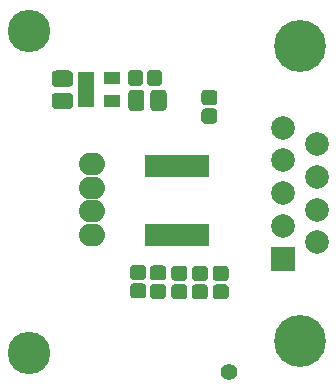
<source format=gbs>
G04 #@! TF.GenerationSoftware,KiCad,Pcbnew,(5.1.2)-1*
G04 #@! TF.CreationDate,2024-07-03T21:07:46+09:00*
G04 #@! TF.ProjectId,IR,49522e6b-6963-4616-945f-706362585858,v1.3*
G04 #@! TF.SameCoordinates,Original*
G04 #@! TF.FileFunction,Soldermask,Bot*
G04 #@! TF.FilePolarity,Negative*
%FSLAX46Y46*%
G04 Gerber Fmt 4.6, Leading zero omitted, Abs format (unit mm)*
G04 Created by KiCad (PCBNEW (5.1.2)-1) date 2024-07-03 21:07:46*
%MOMM*%
%LPD*%
G04 APERTURE LIST*
%ADD10C,1.400000*%
%ADD11C,0.050000*%
%ADD12C,1.275000*%
%ADD13C,3.600000*%
%ADD14O,2.200000X1.924000*%
%ADD15C,1.375000*%
%ADD16R,1.460000X1.050000*%
%ADD17R,0.850000X1.900000*%
%ADD18R,2.000000X2.000000*%
%ADD19C,2.000000*%
%ADD20C,4.400000*%
G04 APERTURE END LIST*
D10*
X196770000Y-125640000D03*
D11*
G36*
X189497493Y-116516535D02*
G01*
X189528435Y-116521125D01*
X189558778Y-116528725D01*
X189588230Y-116539263D01*
X189616508Y-116552638D01*
X189643338Y-116568719D01*
X189668463Y-116587353D01*
X189691640Y-116608360D01*
X189712647Y-116631537D01*
X189731281Y-116656662D01*
X189747362Y-116683492D01*
X189760737Y-116711770D01*
X189771275Y-116741222D01*
X189778875Y-116771565D01*
X189783465Y-116802507D01*
X189785000Y-116833750D01*
X189785000Y-117471250D01*
X189783465Y-117502493D01*
X189778875Y-117533435D01*
X189771275Y-117563778D01*
X189760737Y-117593230D01*
X189747362Y-117621508D01*
X189731281Y-117648338D01*
X189712647Y-117673463D01*
X189691640Y-117696640D01*
X189668463Y-117717647D01*
X189643338Y-117736281D01*
X189616508Y-117752362D01*
X189588230Y-117765737D01*
X189558778Y-117776275D01*
X189528435Y-117783875D01*
X189497493Y-117788465D01*
X189466250Y-117790000D01*
X188753750Y-117790000D01*
X188722507Y-117788465D01*
X188691565Y-117783875D01*
X188661222Y-117776275D01*
X188631770Y-117765737D01*
X188603492Y-117752362D01*
X188576662Y-117736281D01*
X188551537Y-117717647D01*
X188528360Y-117696640D01*
X188507353Y-117673463D01*
X188488719Y-117648338D01*
X188472638Y-117621508D01*
X188459263Y-117593230D01*
X188448725Y-117563778D01*
X188441125Y-117533435D01*
X188436535Y-117502493D01*
X188435000Y-117471250D01*
X188435000Y-116833750D01*
X188436535Y-116802507D01*
X188441125Y-116771565D01*
X188448725Y-116741222D01*
X188459263Y-116711770D01*
X188472638Y-116683492D01*
X188488719Y-116656662D01*
X188507353Y-116631537D01*
X188528360Y-116608360D01*
X188551537Y-116587353D01*
X188576662Y-116568719D01*
X188603492Y-116552638D01*
X188631770Y-116539263D01*
X188661222Y-116528725D01*
X188691565Y-116521125D01*
X188722507Y-116516535D01*
X188753750Y-116515000D01*
X189466250Y-116515000D01*
X189497493Y-116516535D01*
X189497493Y-116516535D01*
G37*
D12*
X189110000Y-117152500D03*
D11*
G36*
X189497493Y-118091535D02*
G01*
X189528435Y-118096125D01*
X189558778Y-118103725D01*
X189588230Y-118114263D01*
X189616508Y-118127638D01*
X189643338Y-118143719D01*
X189668463Y-118162353D01*
X189691640Y-118183360D01*
X189712647Y-118206537D01*
X189731281Y-118231662D01*
X189747362Y-118258492D01*
X189760737Y-118286770D01*
X189771275Y-118316222D01*
X189778875Y-118346565D01*
X189783465Y-118377507D01*
X189785000Y-118408750D01*
X189785000Y-119046250D01*
X189783465Y-119077493D01*
X189778875Y-119108435D01*
X189771275Y-119138778D01*
X189760737Y-119168230D01*
X189747362Y-119196508D01*
X189731281Y-119223338D01*
X189712647Y-119248463D01*
X189691640Y-119271640D01*
X189668463Y-119292647D01*
X189643338Y-119311281D01*
X189616508Y-119327362D01*
X189588230Y-119340737D01*
X189558778Y-119351275D01*
X189528435Y-119358875D01*
X189497493Y-119363465D01*
X189466250Y-119365000D01*
X188753750Y-119365000D01*
X188722507Y-119363465D01*
X188691565Y-119358875D01*
X188661222Y-119351275D01*
X188631770Y-119340737D01*
X188603492Y-119327362D01*
X188576662Y-119311281D01*
X188551537Y-119292647D01*
X188528360Y-119271640D01*
X188507353Y-119248463D01*
X188488719Y-119223338D01*
X188472638Y-119196508D01*
X188459263Y-119168230D01*
X188448725Y-119138778D01*
X188441125Y-119108435D01*
X188436535Y-119077493D01*
X188435000Y-119046250D01*
X188435000Y-118408750D01*
X188436535Y-118377507D01*
X188441125Y-118346565D01*
X188448725Y-118316222D01*
X188459263Y-118286770D01*
X188472638Y-118258492D01*
X188488719Y-118231662D01*
X188507353Y-118206537D01*
X188528360Y-118183360D01*
X188551537Y-118162353D01*
X188576662Y-118143719D01*
X188603492Y-118127638D01*
X188631770Y-118114263D01*
X188661222Y-118103725D01*
X188691565Y-118096125D01*
X188722507Y-118091535D01*
X188753750Y-118090000D01*
X189466250Y-118090000D01*
X189497493Y-118091535D01*
X189497493Y-118091535D01*
G37*
D12*
X189110000Y-118727500D03*
D13*
X179900000Y-124000000D03*
X179900000Y-96700000D03*
D14*
X185200000Y-114000000D03*
X185200000Y-112000000D03*
X185200000Y-110000000D03*
X185200000Y-108000000D03*
D11*
G36*
X183289943Y-100076655D02*
G01*
X183323312Y-100081605D01*
X183356035Y-100089802D01*
X183387797Y-100101166D01*
X183418293Y-100115590D01*
X183447227Y-100132932D01*
X183474323Y-100153028D01*
X183499318Y-100175682D01*
X183521972Y-100200677D01*
X183542068Y-100227773D01*
X183559410Y-100256707D01*
X183573834Y-100287203D01*
X183585198Y-100318965D01*
X183593395Y-100351688D01*
X183598345Y-100385057D01*
X183600000Y-100418750D01*
X183600000Y-101106250D01*
X183598345Y-101139943D01*
X183593395Y-101173312D01*
X183585198Y-101206035D01*
X183573834Y-101237797D01*
X183559410Y-101268293D01*
X183542068Y-101297227D01*
X183521972Y-101324323D01*
X183499318Y-101349318D01*
X183474323Y-101371972D01*
X183447227Y-101392068D01*
X183418293Y-101409410D01*
X183387797Y-101423834D01*
X183356035Y-101435198D01*
X183323312Y-101443395D01*
X183289943Y-101448345D01*
X183256250Y-101450000D01*
X182143750Y-101450000D01*
X182110057Y-101448345D01*
X182076688Y-101443395D01*
X182043965Y-101435198D01*
X182012203Y-101423834D01*
X181981707Y-101409410D01*
X181952773Y-101392068D01*
X181925677Y-101371972D01*
X181900682Y-101349318D01*
X181878028Y-101324323D01*
X181857932Y-101297227D01*
X181840590Y-101268293D01*
X181826166Y-101237797D01*
X181814802Y-101206035D01*
X181806605Y-101173312D01*
X181801655Y-101139943D01*
X181800000Y-101106250D01*
X181800000Y-100418750D01*
X181801655Y-100385057D01*
X181806605Y-100351688D01*
X181814802Y-100318965D01*
X181826166Y-100287203D01*
X181840590Y-100256707D01*
X181857932Y-100227773D01*
X181878028Y-100200677D01*
X181900682Y-100175682D01*
X181925677Y-100153028D01*
X181952773Y-100132932D01*
X181981707Y-100115590D01*
X182012203Y-100101166D01*
X182043965Y-100089802D01*
X182076688Y-100081605D01*
X182110057Y-100076655D01*
X182143750Y-100075000D01*
X183256250Y-100075000D01*
X183289943Y-100076655D01*
X183289943Y-100076655D01*
G37*
D15*
X182700000Y-100762500D03*
D11*
G36*
X183289943Y-101951655D02*
G01*
X183323312Y-101956605D01*
X183356035Y-101964802D01*
X183387797Y-101976166D01*
X183418293Y-101990590D01*
X183447227Y-102007932D01*
X183474323Y-102028028D01*
X183499318Y-102050682D01*
X183521972Y-102075677D01*
X183542068Y-102102773D01*
X183559410Y-102131707D01*
X183573834Y-102162203D01*
X183585198Y-102193965D01*
X183593395Y-102226688D01*
X183598345Y-102260057D01*
X183600000Y-102293750D01*
X183600000Y-102981250D01*
X183598345Y-103014943D01*
X183593395Y-103048312D01*
X183585198Y-103081035D01*
X183573834Y-103112797D01*
X183559410Y-103143293D01*
X183542068Y-103172227D01*
X183521972Y-103199323D01*
X183499318Y-103224318D01*
X183474323Y-103246972D01*
X183447227Y-103267068D01*
X183418293Y-103284410D01*
X183387797Y-103298834D01*
X183356035Y-103310198D01*
X183323312Y-103318395D01*
X183289943Y-103323345D01*
X183256250Y-103325000D01*
X182143750Y-103325000D01*
X182110057Y-103323345D01*
X182076688Y-103318395D01*
X182043965Y-103310198D01*
X182012203Y-103298834D01*
X181981707Y-103284410D01*
X181952773Y-103267068D01*
X181925677Y-103246972D01*
X181900682Y-103224318D01*
X181878028Y-103199323D01*
X181857932Y-103172227D01*
X181840590Y-103143293D01*
X181826166Y-103112797D01*
X181814802Y-103081035D01*
X181806605Y-103048312D01*
X181801655Y-103014943D01*
X181800000Y-102981250D01*
X181800000Y-102293750D01*
X181801655Y-102260057D01*
X181806605Y-102226688D01*
X181814802Y-102193965D01*
X181826166Y-102162203D01*
X181840590Y-102131707D01*
X181857932Y-102102773D01*
X181878028Y-102075677D01*
X181900682Y-102050682D01*
X181925677Y-102028028D01*
X181952773Y-102007932D01*
X181981707Y-101990590D01*
X182012203Y-101976166D01*
X182043965Y-101964802D01*
X182076688Y-101956605D01*
X182110057Y-101951655D01*
X182143750Y-101950000D01*
X183256250Y-101950000D01*
X183289943Y-101951655D01*
X183289943Y-101951655D01*
G37*
D15*
X182700000Y-102637500D03*
D11*
G36*
X190837493Y-100026535D02*
G01*
X190868435Y-100031125D01*
X190898778Y-100038725D01*
X190928230Y-100049263D01*
X190956508Y-100062638D01*
X190983338Y-100078719D01*
X191008463Y-100097353D01*
X191031640Y-100118360D01*
X191052647Y-100141537D01*
X191071281Y-100166662D01*
X191087362Y-100193492D01*
X191100737Y-100221770D01*
X191111275Y-100251222D01*
X191118875Y-100281565D01*
X191123465Y-100312507D01*
X191125000Y-100343750D01*
X191125000Y-101056250D01*
X191123465Y-101087493D01*
X191118875Y-101118435D01*
X191111275Y-101148778D01*
X191100737Y-101178230D01*
X191087362Y-101206508D01*
X191071281Y-101233338D01*
X191052647Y-101258463D01*
X191031640Y-101281640D01*
X191008463Y-101302647D01*
X190983338Y-101321281D01*
X190956508Y-101337362D01*
X190928230Y-101350737D01*
X190898778Y-101361275D01*
X190868435Y-101368875D01*
X190837493Y-101373465D01*
X190806250Y-101375000D01*
X190168750Y-101375000D01*
X190137507Y-101373465D01*
X190106565Y-101368875D01*
X190076222Y-101361275D01*
X190046770Y-101350737D01*
X190018492Y-101337362D01*
X189991662Y-101321281D01*
X189966537Y-101302647D01*
X189943360Y-101281640D01*
X189922353Y-101258463D01*
X189903719Y-101233338D01*
X189887638Y-101206508D01*
X189874263Y-101178230D01*
X189863725Y-101148778D01*
X189856125Y-101118435D01*
X189851535Y-101087493D01*
X189850000Y-101056250D01*
X189850000Y-100343750D01*
X189851535Y-100312507D01*
X189856125Y-100281565D01*
X189863725Y-100251222D01*
X189874263Y-100221770D01*
X189887638Y-100193492D01*
X189903719Y-100166662D01*
X189922353Y-100141537D01*
X189943360Y-100118360D01*
X189966537Y-100097353D01*
X189991662Y-100078719D01*
X190018492Y-100062638D01*
X190046770Y-100049263D01*
X190076222Y-100038725D01*
X190106565Y-100031125D01*
X190137507Y-100026535D01*
X190168750Y-100025000D01*
X190806250Y-100025000D01*
X190837493Y-100026535D01*
X190837493Y-100026535D01*
G37*
D12*
X190487500Y-100700000D03*
D11*
G36*
X189262493Y-100026535D02*
G01*
X189293435Y-100031125D01*
X189323778Y-100038725D01*
X189353230Y-100049263D01*
X189381508Y-100062638D01*
X189408338Y-100078719D01*
X189433463Y-100097353D01*
X189456640Y-100118360D01*
X189477647Y-100141537D01*
X189496281Y-100166662D01*
X189512362Y-100193492D01*
X189525737Y-100221770D01*
X189536275Y-100251222D01*
X189543875Y-100281565D01*
X189548465Y-100312507D01*
X189550000Y-100343750D01*
X189550000Y-101056250D01*
X189548465Y-101087493D01*
X189543875Y-101118435D01*
X189536275Y-101148778D01*
X189525737Y-101178230D01*
X189512362Y-101206508D01*
X189496281Y-101233338D01*
X189477647Y-101258463D01*
X189456640Y-101281640D01*
X189433463Y-101302647D01*
X189408338Y-101321281D01*
X189381508Y-101337362D01*
X189353230Y-101350737D01*
X189323778Y-101361275D01*
X189293435Y-101368875D01*
X189262493Y-101373465D01*
X189231250Y-101375000D01*
X188593750Y-101375000D01*
X188562507Y-101373465D01*
X188531565Y-101368875D01*
X188501222Y-101361275D01*
X188471770Y-101350737D01*
X188443492Y-101337362D01*
X188416662Y-101321281D01*
X188391537Y-101302647D01*
X188368360Y-101281640D01*
X188347353Y-101258463D01*
X188328719Y-101233338D01*
X188312638Y-101206508D01*
X188299263Y-101178230D01*
X188288725Y-101148778D01*
X188281125Y-101118435D01*
X188276535Y-101087493D01*
X188275000Y-101056250D01*
X188275000Y-100343750D01*
X188276535Y-100312507D01*
X188281125Y-100281565D01*
X188288725Y-100251222D01*
X188299263Y-100221770D01*
X188312638Y-100193492D01*
X188328719Y-100166662D01*
X188347353Y-100141537D01*
X188368360Y-100118360D01*
X188391537Y-100097353D01*
X188416662Y-100078719D01*
X188443492Y-100062638D01*
X188471770Y-100049263D01*
X188501222Y-100038725D01*
X188531565Y-100031125D01*
X188562507Y-100026535D01*
X188593750Y-100025000D01*
X189231250Y-100025000D01*
X189262493Y-100026535D01*
X189262493Y-100026535D01*
G37*
D12*
X188912500Y-100700000D03*
D11*
G36*
X189339943Y-101701655D02*
G01*
X189373312Y-101706605D01*
X189406035Y-101714802D01*
X189437797Y-101726166D01*
X189468293Y-101740590D01*
X189497227Y-101757932D01*
X189524323Y-101778028D01*
X189549318Y-101800682D01*
X189571972Y-101825677D01*
X189592068Y-101852773D01*
X189609410Y-101881707D01*
X189623834Y-101912203D01*
X189635198Y-101943965D01*
X189643395Y-101976688D01*
X189648345Y-102010057D01*
X189650000Y-102043750D01*
X189650000Y-103156250D01*
X189648345Y-103189943D01*
X189643395Y-103223312D01*
X189635198Y-103256035D01*
X189623834Y-103287797D01*
X189609410Y-103318293D01*
X189592068Y-103347227D01*
X189571972Y-103374323D01*
X189549318Y-103399318D01*
X189524323Y-103421972D01*
X189497227Y-103442068D01*
X189468293Y-103459410D01*
X189437797Y-103473834D01*
X189406035Y-103485198D01*
X189373312Y-103493395D01*
X189339943Y-103498345D01*
X189306250Y-103500000D01*
X188618750Y-103500000D01*
X188585057Y-103498345D01*
X188551688Y-103493395D01*
X188518965Y-103485198D01*
X188487203Y-103473834D01*
X188456707Y-103459410D01*
X188427773Y-103442068D01*
X188400677Y-103421972D01*
X188375682Y-103399318D01*
X188353028Y-103374323D01*
X188332932Y-103347227D01*
X188315590Y-103318293D01*
X188301166Y-103287797D01*
X188289802Y-103256035D01*
X188281605Y-103223312D01*
X188276655Y-103189943D01*
X188275000Y-103156250D01*
X188275000Y-102043750D01*
X188276655Y-102010057D01*
X188281605Y-101976688D01*
X188289802Y-101943965D01*
X188301166Y-101912203D01*
X188315590Y-101881707D01*
X188332932Y-101852773D01*
X188353028Y-101825677D01*
X188375682Y-101800682D01*
X188400677Y-101778028D01*
X188427773Y-101757932D01*
X188456707Y-101740590D01*
X188487203Y-101726166D01*
X188518965Y-101714802D01*
X188551688Y-101706605D01*
X188585057Y-101701655D01*
X188618750Y-101700000D01*
X189306250Y-101700000D01*
X189339943Y-101701655D01*
X189339943Y-101701655D01*
G37*
D15*
X188962500Y-102600000D03*
D11*
G36*
X191214943Y-101701655D02*
G01*
X191248312Y-101706605D01*
X191281035Y-101714802D01*
X191312797Y-101726166D01*
X191343293Y-101740590D01*
X191372227Y-101757932D01*
X191399323Y-101778028D01*
X191424318Y-101800682D01*
X191446972Y-101825677D01*
X191467068Y-101852773D01*
X191484410Y-101881707D01*
X191498834Y-101912203D01*
X191510198Y-101943965D01*
X191518395Y-101976688D01*
X191523345Y-102010057D01*
X191525000Y-102043750D01*
X191525000Y-103156250D01*
X191523345Y-103189943D01*
X191518395Y-103223312D01*
X191510198Y-103256035D01*
X191498834Y-103287797D01*
X191484410Y-103318293D01*
X191467068Y-103347227D01*
X191446972Y-103374323D01*
X191424318Y-103399318D01*
X191399323Y-103421972D01*
X191372227Y-103442068D01*
X191343293Y-103459410D01*
X191312797Y-103473834D01*
X191281035Y-103485198D01*
X191248312Y-103493395D01*
X191214943Y-103498345D01*
X191181250Y-103500000D01*
X190493750Y-103500000D01*
X190460057Y-103498345D01*
X190426688Y-103493395D01*
X190393965Y-103485198D01*
X190362203Y-103473834D01*
X190331707Y-103459410D01*
X190302773Y-103442068D01*
X190275677Y-103421972D01*
X190250682Y-103399318D01*
X190228028Y-103374323D01*
X190207932Y-103347227D01*
X190190590Y-103318293D01*
X190176166Y-103287797D01*
X190164802Y-103256035D01*
X190156605Y-103223312D01*
X190151655Y-103189943D01*
X190150000Y-103156250D01*
X190150000Y-102043750D01*
X190151655Y-102010057D01*
X190156605Y-101976688D01*
X190164802Y-101943965D01*
X190176166Y-101912203D01*
X190190590Y-101881707D01*
X190207932Y-101852773D01*
X190228028Y-101825677D01*
X190250682Y-101800682D01*
X190275677Y-101778028D01*
X190302773Y-101757932D01*
X190331707Y-101740590D01*
X190362203Y-101726166D01*
X190393965Y-101714802D01*
X190426688Y-101706605D01*
X190460057Y-101701655D01*
X190493750Y-101700000D01*
X191181250Y-101700000D01*
X191214943Y-101701655D01*
X191214943Y-101701655D01*
G37*
D15*
X190837500Y-102600000D03*
D16*
X184700000Y-102650000D03*
X184700000Y-101700000D03*
X184700000Y-100750000D03*
X186900000Y-100750000D03*
X186900000Y-102650000D03*
D11*
G36*
X196487493Y-116614535D02*
G01*
X196518435Y-116619125D01*
X196548778Y-116626725D01*
X196578230Y-116637263D01*
X196606508Y-116650638D01*
X196633338Y-116666719D01*
X196658463Y-116685353D01*
X196681640Y-116706360D01*
X196702647Y-116729537D01*
X196721281Y-116754662D01*
X196737362Y-116781492D01*
X196750737Y-116809770D01*
X196761275Y-116839222D01*
X196768875Y-116869565D01*
X196773465Y-116900507D01*
X196775000Y-116931750D01*
X196775000Y-117569250D01*
X196773465Y-117600493D01*
X196768875Y-117631435D01*
X196761275Y-117661778D01*
X196750737Y-117691230D01*
X196737362Y-117719508D01*
X196721281Y-117746338D01*
X196702647Y-117771463D01*
X196681640Y-117794640D01*
X196658463Y-117815647D01*
X196633338Y-117834281D01*
X196606508Y-117850362D01*
X196578230Y-117863737D01*
X196548778Y-117874275D01*
X196518435Y-117881875D01*
X196487493Y-117886465D01*
X196456250Y-117888000D01*
X195743750Y-117888000D01*
X195712507Y-117886465D01*
X195681565Y-117881875D01*
X195651222Y-117874275D01*
X195621770Y-117863737D01*
X195593492Y-117850362D01*
X195566662Y-117834281D01*
X195541537Y-117815647D01*
X195518360Y-117794640D01*
X195497353Y-117771463D01*
X195478719Y-117746338D01*
X195462638Y-117719508D01*
X195449263Y-117691230D01*
X195438725Y-117661778D01*
X195431125Y-117631435D01*
X195426535Y-117600493D01*
X195425000Y-117569250D01*
X195425000Y-116931750D01*
X195426535Y-116900507D01*
X195431125Y-116869565D01*
X195438725Y-116839222D01*
X195449263Y-116809770D01*
X195462638Y-116781492D01*
X195478719Y-116754662D01*
X195497353Y-116729537D01*
X195518360Y-116706360D01*
X195541537Y-116685353D01*
X195566662Y-116666719D01*
X195593492Y-116650638D01*
X195621770Y-116637263D01*
X195651222Y-116626725D01*
X195681565Y-116619125D01*
X195712507Y-116614535D01*
X195743750Y-116613000D01*
X196456250Y-116613000D01*
X196487493Y-116614535D01*
X196487493Y-116614535D01*
G37*
D12*
X196100000Y-117250500D03*
D11*
G36*
X196487493Y-118189535D02*
G01*
X196518435Y-118194125D01*
X196548778Y-118201725D01*
X196578230Y-118212263D01*
X196606508Y-118225638D01*
X196633338Y-118241719D01*
X196658463Y-118260353D01*
X196681640Y-118281360D01*
X196702647Y-118304537D01*
X196721281Y-118329662D01*
X196737362Y-118356492D01*
X196750737Y-118384770D01*
X196761275Y-118414222D01*
X196768875Y-118444565D01*
X196773465Y-118475507D01*
X196775000Y-118506750D01*
X196775000Y-119144250D01*
X196773465Y-119175493D01*
X196768875Y-119206435D01*
X196761275Y-119236778D01*
X196750737Y-119266230D01*
X196737362Y-119294508D01*
X196721281Y-119321338D01*
X196702647Y-119346463D01*
X196681640Y-119369640D01*
X196658463Y-119390647D01*
X196633338Y-119409281D01*
X196606508Y-119425362D01*
X196578230Y-119438737D01*
X196548778Y-119449275D01*
X196518435Y-119456875D01*
X196487493Y-119461465D01*
X196456250Y-119463000D01*
X195743750Y-119463000D01*
X195712507Y-119461465D01*
X195681565Y-119456875D01*
X195651222Y-119449275D01*
X195621770Y-119438737D01*
X195593492Y-119425362D01*
X195566662Y-119409281D01*
X195541537Y-119390647D01*
X195518360Y-119369640D01*
X195497353Y-119346463D01*
X195478719Y-119321338D01*
X195462638Y-119294508D01*
X195449263Y-119266230D01*
X195438725Y-119236778D01*
X195431125Y-119206435D01*
X195426535Y-119175493D01*
X195425000Y-119144250D01*
X195425000Y-118506750D01*
X195426535Y-118475507D01*
X195431125Y-118444565D01*
X195438725Y-118414222D01*
X195449263Y-118384770D01*
X195462638Y-118356492D01*
X195478719Y-118329662D01*
X195497353Y-118304537D01*
X195518360Y-118281360D01*
X195541537Y-118260353D01*
X195566662Y-118241719D01*
X195593492Y-118225638D01*
X195621770Y-118212263D01*
X195651222Y-118201725D01*
X195681565Y-118194125D01*
X195712507Y-118189535D01*
X195743750Y-118188000D01*
X196456250Y-118188000D01*
X196487493Y-118189535D01*
X196487493Y-118189535D01*
G37*
D12*
X196100000Y-118825500D03*
D11*
G36*
X195537493Y-103293535D02*
G01*
X195568435Y-103298125D01*
X195598778Y-103305725D01*
X195628230Y-103316263D01*
X195656508Y-103329638D01*
X195683338Y-103345719D01*
X195708463Y-103364353D01*
X195731640Y-103385360D01*
X195752647Y-103408537D01*
X195771281Y-103433662D01*
X195787362Y-103460492D01*
X195800737Y-103488770D01*
X195811275Y-103518222D01*
X195818875Y-103548565D01*
X195823465Y-103579507D01*
X195825000Y-103610750D01*
X195825000Y-104248250D01*
X195823465Y-104279493D01*
X195818875Y-104310435D01*
X195811275Y-104340778D01*
X195800737Y-104370230D01*
X195787362Y-104398508D01*
X195771281Y-104425338D01*
X195752647Y-104450463D01*
X195731640Y-104473640D01*
X195708463Y-104494647D01*
X195683338Y-104513281D01*
X195656508Y-104529362D01*
X195628230Y-104542737D01*
X195598778Y-104553275D01*
X195568435Y-104560875D01*
X195537493Y-104565465D01*
X195506250Y-104567000D01*
X194793750Y-104567000D01*
X194762507Y-104565465D01*
X194731565Y-104560875D01*
X194701222Y-104553275D01*
X194671770Y-104542737D01*
X194643492Y-104529362D01*
X194616662Y-104513281D01*
X194591537Y-104494647D01*
X194568360Y-104473640D01*
X194547353Y-104450463D01*
X194528719Y-104425338D01*
X194512638Y-104398508D01*
X194499263Y-104370230D01*
X194488725Y-104340778D01*
X194481125Y-104310435D01*
X194476535Y-104279493D01*
X194475000Y-104248250D01*
X194475000Y-103610750D01*
X194476535Y-103579507D01*
X194481125Y-103548565D01*
X194488725Y-103518222D01*
X194499263Y-103488770D01*
X194512638Y-103460492D01*
X194528719Y-103433662D01*
X194547353Y-103408537D01*
X194568360Y-103385360D01*
X194591537Y-103364353D01*
X194616662Y-103345719D01*
X194643492Y-103329638D01*
X194671770Y-103316263D01*
X194701222Y-103305725D01*
X194731565Y-103298125D01*
X194762507Y-103293535D01*
X194793750Y-103292000D01*
X195506250Y-103292000D01*
X195537493Y-103293535D01*
X195537493Y-103293535D01*
G37*
D12*
X195150000Y-103929500D03*
D11*
G36*
X195537493Y-101718535D02*
G01*
X195568435Y-101723125D01*
X195598778Y-101730725D01*
X195628230Y-101741263D01*
X195656508Y-101754638D01*
X195683338Y-101770719D01*
X195708463Y-101789353D01*
X195731640Y-101810360D01*
X195752647Y-101833537D01*
X195771281Y-101858662D01*
X195787362Y-101885492D01*
X195800737Y-101913770D01*
X195811275Y-101943222D01*
X195818875Y-101973565D01*
X195823465Y-102004507D01*
X195825000Y-102035750D01*
X195825000Y-102673250D01*
X195823465Y-102704493D01*
X195818875Y-102735435D01*
X195811275Y-102765778D01*
X195800737Y-102795230D01*
X195787362Y-102823508D01*
X195771281Y-102850338D01*
X195752647Y-102875463D01*
X195731640Y-102898640D01*
X195708463Y-102919647D01*
X195683338Y-102938281D01*
X195656508Y-102954362D01*
X195628230Y-102967737D01*
X195598778Y-102978275D01*
X195568435Y-102985875D01*
X195537493Y-102990465D01*
X195506250Y-102992000D01*
X194793750Y-102992000D01*
X194762507Y-102990465D01*
X194731565Y-102985875D01*
X194701222Y-102978275D01*
X194671770Y-102967737D01*
X194643492Y-102954362D01*
X194616662Y-102938281D01*
X194591537Y-102919647D01*
X194568360Y-102898640D01*
X194547353Y-102875463D01*
X194528719Y-102850338D01*
X194512638Y-102823508D01*
X194499263Y-102795230D01*
X194488725Y-102765778D01*
X194481125Y-102735435D01*
X194476535Y-102704493D01*
X194475000Y-102673250D01*
X194475000Y-102035750D01*
X194476535Y-102004507D01*
X194481125Y-101973565D01*
X194488725Y-101943222D01*
X194499263Y-101913770D01*
X194512638Y-101885492D01*
X194528719Y-101858662D01*
X194547353Y-101833537D01*
X194568360Y-101810360D01*
X194591537Y-101789353D01*
X194616662Y-101770719D01*
X194643492Y-101754638D01*
X194671770Y-101741263D01*
X194701222Y-101730725D01*
X194731565Y-101723125D01*
X194762507Y-101718535D01*
X194793750Y-101717000D01*
X195506250Y-101717000D01*
X195537493Y-101718535D01*
X195537493Y-101718535D01*
G37*
D12*
X195150000Y-102354500D03*
D11*
G36*
X192987493Y-118163535D02*
G01*
X193018435Y-118168125D01*
X193048778Y-118175725D01*
X193078230Y-118186263D01*
X193106508Y-118199638D01*
X193133338Y-118215719D01*
X193158463Y-118234353D01*
X193181640Y-118255360D01*
X193202647Y-118278537D01*
X193221281Y-118303662D01*
X193237362Y-118330492D01*
X193250737Y-118358770D01*
X193261275Y-118388222D01*
X193268875Y-118418565D01*
X193273465Y-118449507D01*
X193275000Y-118480750D01*
X193275000Y-119118250D01*
X193273465Y-119149493D01*
X193268875Y-119180435D01*
X193261275Y-119210778D01*
X193250737Y-119240230D01*
X193237362Y-119268508D01*
X193221281Y-119295338D01*
X193202647Y-119320463D01*
X193181640Y-119343640D01*
X193158463Y-119364647D01*
X193133338Y-119383281D01*
X193106508Y-119399362D01*
X193078230Y-119412737D01*
X193048778Y-119423275D01*
X193018435Y-119430875D01*
X192987493Y-119435465D01*
X192956250Y-119437000D01*
X192243750Y-119437000D01*
X192212507Y-119435465D01*
X192181565Y-119430875D01*
X192151222Y-119423275D01*
X192121770Y-119412737D01*
X192093492Y-119399362D01*
X192066662Y-119383281D01*
X192041537Y-119364647D01*
X192018360Y-119343640D01*
X191997353Y-119320463D01*
X191978719Y-119295338D01*
X191962638Y-119268508D01*
X191949263Y-119240230D01*
X191938725Y-119210778D01*
X191931125Y-119180435D01*
X191926535Y-119149493D01*
X191925000Y-119118250D01*
X191925000Y-118480750D01*
X191926535Y-118449507D01*
X191931125Y-118418565D01*
X191938725Y-118388222D01*
X191949263Y-118358770D01*
X191962638Y-118330492D01*
X191978719Y-118303662D01*
X191997353Y-118278537D01*
X192018360Y-118255360D01*
X192041537Y-118234353D01*
X192066662Y-118215719D01*
X192093492Y-118199638D01*
X192121770Y-118186263D01*
X192151222Y-118175725D01*
X192181565Y-118168125D01*
X192212507Y-118163535D01*
X192243750Y-118162000D01*
X192956250Y-118162000D01*
X192987493Y-118163535D01*
X192987493Y-118163535D01*
G37*
D12*
X192600000Y-118799500D03*
D11*
G36*
X192987493Y-116588535D02*
G01*
X193018435Y-116593125D01*
X193048778Y-116600725D01*
X193078230Y-116611263D01*
X193106508Y-116624638D01*
X193133338Y-116640719D01*
X193158463Y-116659353D01*
X193181640Y-116680360D01*
X193202647Y-116703537D01*
X193221281Y-116728662D01*
X193237362Y-116755492D01*
X193250737Y-116783770D01*
X193261275Y-116813222D01*
X193268875Y-116843565D01*
X193273465Y-116874507D01*
X193275000Y-116905750D01*
X193275000Y-117543250D01*
X193273465Y-117574493D01*
X193268875Y-117605435D01*
X193261275Y-117635778D01*
X193250737Y-117665230D01*
X193237362Y-117693508D01*
X193221281Y-117720338D01*
X193202647Y-117745463D01*
X193181640Y-117768640D01*
X193158463Y-117789647D01*
X193133338Y-117808281D01*
X193106508Y-117824362D01*
X193078230Y-117837737D01*
X193048778Y-117848275D01*
X193018435Y-117855875D01*
X192987493Y-117860465D01*
X192956250Y-117862000D01*
X192243750Y-117862000D01*
X192212507Y-117860465D01*
X192181565Y-117855875D01*
X192151222Y-117848275D01*
X192121770Y-117837737D01*
X192093492Y-117824362D01*
X192066662Y-117808281D01*
X192041537Y-117789647D01*
X192018360Y-117768640D01*
X191997353Y-117745463D01*
X191978719Y-117720338D01*
X191962638Y-117693508D01*
X191949263Y-117665230D01*
X191938725Y-117635778D01*
X191931125Y-117605435D01*
X191926535Y-117574493D01*
X191925000Y-117543250D01*
X191925000Y-116905750D01*
X191926535Y-116874507D01*
X191931125Y-116843565D01*
X191938725Y-116813222D01*
X191949263Y-116783770D01*
X191962638Y-116755492D01*
X191978719Y-116728662D01*
X191997353Y-116703537D01*
X192018360Y-116680360D01*
X192041537Y-116659353D01*
X192066662Y-116640719D01*
X192093492Y-116624638D01*
X192121770Y-116611263D01*
X192151222Y-116600725D01*
X192181565Y-116593125D01*
X192212507Y-116588535D01*
X192243750Y-116587000D01*
X192956250Y-116587000D01*
X192987493Y-116588535D01*
X192987493Y-116588535D01*
G37*
D12*
X192600000Y-117224500D03*
D11*
G36*
X194737493Y-118189535D02*
G01*
X194768435Y-118194125D01*
X194798778Y-118201725D01*
X194828230Y-118212263D01*
X194856508Y-118225638D01*
X194883338Y-118241719D01*
X194908463Y-118260353D01*
X194931640Y-118281360D01*
X194952647Y-118304537D01*
X194971281Y-118329662D01*
X194987362Y-118356492D01*
X195000737Y-118384770D01*
X195011275Y-118414222D01*
X195018875Y-118444565D01*
X195023465Y-118475507D01*
X195025000Y-118506750D01*
X195025000Y-119144250D01*
X195023465Y-119175493D01*
X195018875Y-119206435D01*
X195011275Y-119236778D01*
X195000737Y-119266230D01*
X194987362Y-119294508D01*
X194971281Y-119321338D01*
X194952647Y-119346463D01*
X194931640Y-119369640D01*
X194908463Y-119390647D01*
X194883338Y-119409281D01*
X194856508Y-119425362D01*
X194828230Y-119438737D01*
X194798778Y-119449275D01*
X194768435Y-119456875D01*
X194737493Y-119461465D01*
X194706250Y-119463000D01*
X193993750Y-119463000D01*
X193962507Y-119461465D01*
X193931565Y-119456875D01*
X193901222Y-119449275D01*
X193871770Y-119438737D01*
X193843492Y-119425362D01*
X193816662Y-119409281D01*
X193791537Y-119390647D01*
X193768360Y-119369640D01*
X193747353Y-119346463D01*
X193728719Y-119321338D01*
X193712638Y-119294508D01*
X193699263Y-119266230D01*
X193688725Y-119236778D01*
X193681125Y-119206435D01*
X193676535Y-119175493D01*
X193675000Y-119144250D01*
X193675000Y-118506750D01*
X193676535Y-118475507D01*
X193681125Y-118444565D01*
X193688725Y-118414222D01*
X193699263Y-118384770D01*
X193712638Y-118356492D01*
X193728719Y-118329662D01*
X193747353Y-118304537D01*
X193768360Y-118281360D01*
X193791537Y-118260353D01*
X193816662Y-118241719D01*
X193843492Y-118225638D01*
X193871770Y-118212263D01*
X193901222Y-118201725D01*
X193931565Y-118194125D01*
X193962507Y-118189535D01*
X193993750Y-118188000D01*
X194706250Y-118188000D01*
X194737493Y-118189535D01*
X194737493Y-118189535D01*
G37*
D12*
X194350000Y-118825500D03*
D11*
G36*
X194737493Y-116614535D02*
G01*
X194768435Y-116619125D01*
X194798778Y-116626725D01*
X194828230Y-116637263D01*
X194856508Y-116650638D01*
X194883338Y-116666719D01*
X194908463Y-116685353D01*
X194931640Y-116706360D01*
X194952647Y-116729537D01*
X194971281Y-116754662D01*
X194987362Y-116781492D01*
X195000737Y-116809770D01*
X195011275Y-116839222D01*
X195018875Y-116869565D01*
X195023465Y-116900507D01*
X195025000Y-116931750D01*
X195025000Y-117569250D01*
X195023465Y-117600493D01*
X195018875Y-117631435D01*
X195011275Y-117661778D01*
X195000737Y-117691230D01*
X194987362Y-117719508D01*
X194971281Y-117746338D01*
X194952647Y-117771463D01*
X194931640Y-117794640D01*
X194908463Y-117815647D01*
X194883338Y-117834281D01*
X194856508Y-117850362D01*
X194828230Y-117863737D01*
X194798778Y-117874275D01*
X194768435Y-117881875D01*
X194737493Y-117886465D01*
X194706250Y-117888000D01*
X193993750Y-117888000D01*
X193962507Y-117886465D01*
X193931565Y-117881875D01*
X193901222Y-117874275D01*
X193871770Y-117863737D01*
X193843492Y-117850362D01*
X193816662Y-117834281D01*
X193791537Y-117815647D01*
X193768360Y-117794640D01*
X193747353Y-117771463D01*
X193728719Y-117746338D01*
X193712638Y-117719508D01*
X193699263Y-117691230D01*
X193688725Y-117661778D01*
X193681125Y-117631435D01*
X193676535Y-117600493D01*
X193675000Y-117569250D01*
X193675000Y-116931750D01*
X193676535Y-116900507D01*
X193681125Y-116869565D01*
X193688725Y-116839222D01*
X193699263Y-116809770D01*
X193712638Y-116781492D01*
X193728719Y-116754662D01*
X193747353Y-116729537D01*
X193768360Y-116706360D01*
X193791537Y-116685353D01*
X193816662Y-116666719D01*
X193843492Y-116650638D01*
X193871770Y-116637263D01*
X193901222Y-116626725D01*
X193931565Y-116619125D01*
X193962507Y-116614535D01*
X193993750Y-116613000D01*
X194706250Y-116613000D01*
X194737493Y-116614535D01*
X194737493Y-116614535D01*
G37*
D12*
X194350000Y-117250500D03*
D11*
G36*
X191187493Y-116576535D02*
G01*
X191218435Y-116581125D01*
X191248778Y-116588725D01*
X191278230Y-116599263D01*
X191306508Y-116612638D01*
X191333338Y-116628719D01*
X191358463Y-116647353D01*
X191381640Y-116668360D01*
X191402647Y-116691537D01*
X191421281Y-116716662D01*
X191437362Y-116743492D01*
X191450737Y-116771770D01*
X191461275Y-116801222D01*
X191468875Y-116831565D01*
X191473465Y-116862507D01*
X191475000Y-116893750D01*
X191475000Y-117531250D01*
X191473465Y-117562493D01*
X191468875Y-117593435D01*
X191461275Y-117623778D01*
X191450737Y-117653230D01*
X191437362Y-117681508D01*
X191421281Y-117708338D01*
X191402647Y-117733463D01*
X191381640Y-117756640D01*
X191358463Y-117777647D01*
X191333338Y-117796281D01*
X191306508Y-117812362D01*
X191278230Y-117825737D01*
X191248778Y-117836275D01*
X191218435Y-117843875D01*
X191187493Y-117848465D01*
X191156250Y-117850000D01*
X190443750Y-117850000D01*
X190412507Y-117848465D01*
X190381565Y-117843875D01*
X190351222Y-117836275D01*
X190321770Y-117825737D01*
X190293492Y-117812362D01*
X190266662Y-117796281D01*
X190241537Y-117777647D01*
X190218360Y-117756640D01*
X190197353Y-117733463D01*
X190178719Y-117708338D01*
X190162638Y-117681508D01*
X190149263Y-117653230D01*
X190138725Y-117623778D01*
X190131125Y-117593435D01*
X190126535Y-117562493D01*
X190125000Y-117531250D01*
X190125000Y-116893750D01*
X190126535Y-116862507D01*
X190131125Y-116831565D01*
X190138725Y-116801222D01*
X190149263Y-116771770D01*
X190162638Y-116743492D01*
X190178719Y-116716662D01*
X190197353Y-116691537D01*
X190218360Y-116668360D01*
X190241537Y-116647353D01*
X190266662Y-116628719D01*
X190293492Y-116612638D01*
X190321770Y-116599263D01*
X190351222Y-116588725D01*
X190381565Y-116581125D01*
X190412507Y-116576535D01*
X190443750Y-116575000D01*
X191156250Y-116575000D01*
X191187493Y-116576535D01*
X191187493Y-116576535D01*
G37*
D12*
X190800000Y-117212500D03*
D11*
G36*
X191187493Y-118151535D02*
G01*
X191218435Y-118156125D01*
X191248778Y-118163725D01*
X191278230Y-118174263D01*
X191306508Y-118187638D01*
X191333338Y-118203719D01*
X191358463Y-118222353D01*
X191381640Y-118243360D01*
X191402647Y-118266537D01*
X191421281Y-118291662D01*
X191437362Y-118318492D01*
X191450737Y-118346770D01*
X191461275Y-118376222D01*
X191468875Y-118406565D01*
X191473465Y-118437507D01*
X191475000Y-118468750D01*
X191475000Y-119106250D01*
X191473465Y-119137493D01*
X191468875Y-119168435D01*
X191461275Y-119198778D01*
X191450737Y-119228230D01*
X191437362Y-119256508D01*
X191421281Y-119283338D01*
X191402647Y-119308463D01*
X191381640Y-119331640D01*
X191358463Y-119352647D01*
X191333338Y-119371281D01*
X191306508Y-119387362D01*
X191278230Y-119400737D01*
X191248778Y-119411275D01*
X191218435Y-119418875D01*
X191187493Y-119423465D01*
X191156250Y-119425000D01*
X190443750Y-119425000D01*
X190412507Y-119423465D01*
X190381565Y-119418875D01*
X190351222Y-119411275D01*
X190321770Y-119400737D01*
X190293492Y-119387362D01*
X190266662Y-119371281D01*
X190241537Y-119352647D01*
X190218360Y-119331640D01*
X190197353Y-119308463D01*
X190178719Y-119283338D01*
X190162638Y-119256508D01*
X190149263Y-119228230D01*
X190138725Y-119198778D01*
X190131125Y-119168435D01*
X190126535Y-119137493D01*
X190125000Y-119106250D01*
X190125000Y-118468750D01*
X190126535Y-118437507D01*
X190131125Y-118406565D01*
X190138725Y-118376222D01*
X190149263Y-118346770D01*
X190162638Y-118318492D01*
X190178719Y-118291662D01*
X190197353Y-118266537D01*
X190218360Y-118243360D01*
X190241537Y-118222353D01*
X190266662Y-118203719D01*
X190293492Y-118187638D01*
X190321770Y-118174263D01*
X190351222Y-118163725D01*
X190381565Y-118156125D01*
X190412507Y-118151535D01*
X190443750Y-118150000D01*
X191156250Y-118150000D01*
X191187493Y-118151535D01*
X191187493Y-118151535D01*
G37*
D12*
X190800000Y-118787500D03*
D17*
X194695000Y-114020000D03*
X194045000Y-114020000D03*
X193395000Y-114020000D03*
X192745000Y-114020000D03*
X192095000Y-114020000D03*
X191445000Y-114020000D03*
X190795000Y-114020000D03*
X190145000Y-114020000D03*
X190145000Y-108120000D03*
X190795000Y-108120000D03*
X191445000Y-108120000D03*
X192095000Y-108120000D03*
X192745000Y-108120000D03*
X193395000Y-108120000D03*
X194045000Y-108120000D03*
X194695000Y-108120000D03*
D18*
X201400000Y-116000000D03*
D19*
X201400000Y-113230000D03*
X201400000Y-110460000D03*
X201400000Y-107690000D03*
X201400000Y-104920000D03*
X204240000Y-114615000D03*
X204240000Y-111845000D03*
X204240000Y-109075000D03*
X204240000Y-106305000D03*
D20*
X202820000Y-122960000D03*
X202820000Y-97960000D03*
M02*

</source>
